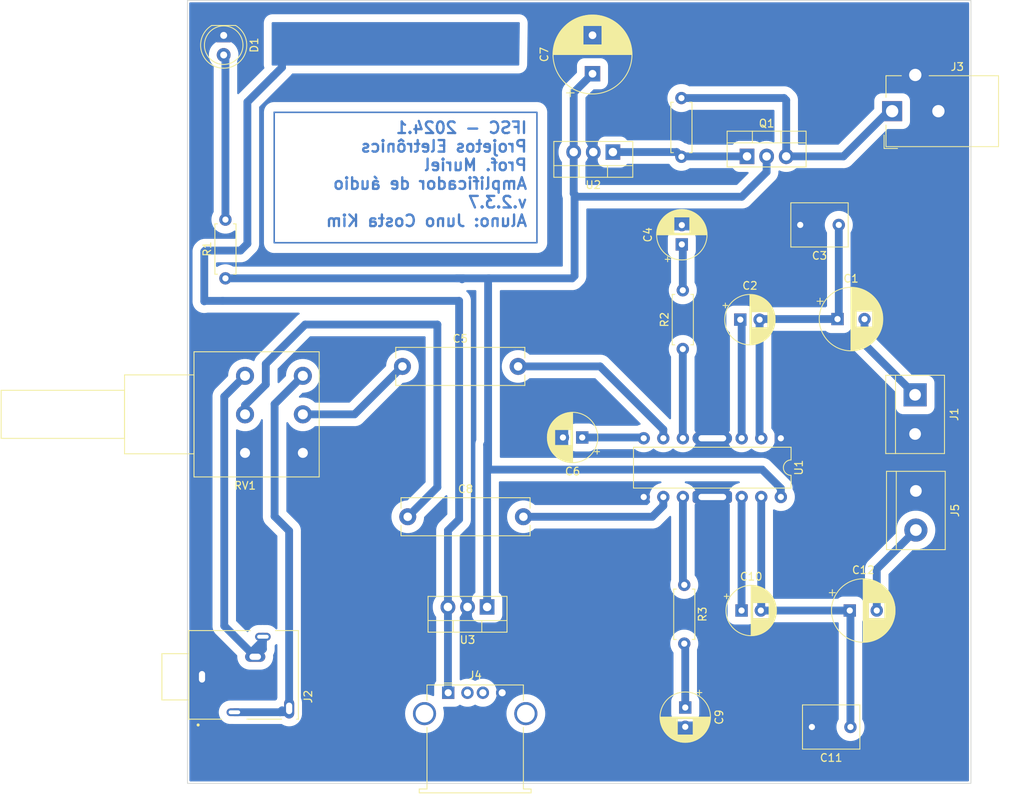
<source format=kicad_pcb>
(kicad_pcb (version 20221018) (generator pcbnew)
  (layers (0 "F.Cu" signal) (31 "B.Cu" signal) (34 "B.Paste" user) (35 "F.Paste" user) (36 "B.SilkS" user "B.Silkscreen") (37 "F.SilkS" user "F.Silkscreen") (38 "B.Mask" user) (39 "F.Mask" user) (44 "Edge.Cuts" user))
  (net 0 "")
  (net 1 "Net-(U1-BS2)")
  (net 2 "Net-(J1-Pin_1)")
  (net 3 "GNDREF")
  (net 4 "Net-(C4-Pad1)")
  (net 5 "Net-(C5-Pad1)")
  (net 6 "Net-(U1-IN2)")
  (net 7 "Net-(U1-DC)")
  (net 8 "Net-(C8-Pad1)")
  (net 9 "Net-(U1-IN1)")
  (net 10 "Net-(C9-Pad1)")
  (net 11 "Net-(U1-BS1)")
  (net 12 "Net-(U1-OUT1)")
  (net 13 "Net-(J5-Pin_2)")
  (net 14 "Net-(D1-A)")
  (net 15 "Net-(U1-NF2)")
  (net 16 "Net-(U1-NF1)")
  (net 17 "Net-(Q1-C)")
  (net 18 "Net-(Q1-B)")
  (net 19 "Net-(U1-OUT2)")
  (net 20 "+5V")
  (net 21 "Net-(Q1-E)")
  (net 22 "Net-(J2-Pad4)")
  (net 23 "Net-(J2-Pad2)")
  (footprint "TerminalBlock:TerminalBlock_bornier-2_P5.08mm" (layer "F.Cu") (at 192.8876 92.7354 -90)
    (fp_text reference "J1" (at 2.54 -5.08 -270) (layer "F.SilkS"))
    (fp_text value "OUT2")
    (pad "1" thru_hole rect (at 0 0 270) (size 3 3) (drill 1.52) (layers "*.Cu" "*.Mask") (net 2 "Net-(J1-Pin_1)"))
    (pad "2" thru_hole circle (at 5.08 0 270) (size 3 3) (drill 1.52) (layers "*.Cu" "*.Mask") (net 3 "GNDREF"))
  )
  (footprint "Resistor_THT:R_Axial_DIN0207_L6.3mm_D2.5mm_P7.62mm_Horizontal" (layer "F.Cu") (at 162.954979 117.3988 -90)
    (fp_text reference "R3" (at 3.81 -2.37 90) (layer "F.SilkS"))
    (fp_text value "1K")
    (pad "1" thru_hole circle (at 0 0 270) (size 1.6 1.6) (drill 0.8) (layers "*.Cu" "*.Mask") (net 16 "Net-(U1-NF1)"))
    (pad "2" thru_hole oval (at 7.62 0 270) (size 1.6 1.6) (drill 0.8) (layers "*.Cu" "*.Mask") (net 10 "Net-(C9-Pad1)"))
  )
  (footprint "Capacitor_THT:CP_Radial_D10.0mm_P5.00mm" (layer "F.Cu") (at 151.0538 51.0756 90)
    (fp_text reference "C7" (at 2.5 -6.25 90) (layer "F.SilkS"))
    (fp_text value "1000 uF")
    (pad "1" thru_hole rect (at 0 0 90) (size 2 2) (drill 1) (layers "*.Cu" "*.Mask") (net 17 "Net-(Q1-C)"))
    (pad "2" thru_hole circle (at 5 0 90) (size 2 2) (drill 1) (layers "*.Cu" "*.Mask") (net 3 "GNDREF"))
  )
  (footprint "Capacitor_THT:CP_Radial_D8.0mm_P3.50mm" (layer "F.Cu") (at 182.827549 82.9056)
    (fp_text reference "C1" (at 1.75 -5.25) (layer "F.SilkS"))
    (fp_text value "470 uF" hide)
    (pad "1" thru_hole rect (at 0 0) (size 1.6 1.6) (drill 0.8) (layers "*.Cu" "*.Mask") (net 19 "Net-(U1-OUT2)"))
    (pad "2" thru_hole circle (at 3.5 0) (size 1.6 1.6) (drill 0.8) (layers "*.Cu" "*.Mask") (net 2 "Net-(J1-Pin_1)"))
  )
  (footprint "Connector_BarrelJack:BarrelJack_CUI_PJ-102AH_Horizontal" (layer "F.Cu") (at 189.9102 55.9308 90)
    (fp_text reference "J3" (at 5.75 8.45) (layer "F.SilkS"))
    (fp_text value "Barrel_Jack_Switch_Pin3Ring")
    (pad "1" thru_hole rect (at 0 0 90) (size 2.6 2.6) (drill 1.6) (layers "*.Cu" "*.Mask") (net 21 "Net-(Q1-E)"))
    (pad "2" thru_hole circle (at 0 6 90) (size 2.6 2.6) (drill 1.6) (layers "*.Cu" "*.Mask") (net 3 "GNDREF"))
    (pad "3" thru_hole circle (at 4.7 3 90) (size 2.6 2.6) (drill 1.6) (layers "*.Cu" "*.Mask") (net 3 "GNDREF"))
  )
  (footprint "LED_THT:LED_D5.0mm" (layer "F.Cu") (at 103.2256 46.096 -90)
    (fp_text reference "D1" (at 1.27 -3.96 90) (layer "F.SilkS"))
    (fp_text value "LED")
    (pad "1" thru_hole rect (at 0 0 270) (size 1.8 1.8) (drill 0.9) (layers "*.Cu" "*.Mask") (net 3 "GNDREF"))
    (pad "2" thru_hole circle (at 2.54 0 270) (size 1.8 1.8) (drill 0.9) (layers "*.Cu" "*.Mask") (net 14 "Net-(D1-A)"))
  )
  (footprint "biblioteca_footprint_J324:WENZHOU_PJ324M" (layer "F.Cu") (at 105.8138 129.3255 90)
    (fp_text reference "J2" (at -2.575 8.365 90) (layer "F.SilkS"))
    (fp_text value "PJ324M")
    (pad "1" thru_hole oval (at 0 -5.4 90) (size 2.616 1.308) (drill oval 1.5 0.8) (layers "*.Cu" "*.Mask") (net 3 "GNDREF"))
    (pad "2" thru_hole oval (at 5.2 2.5 90) (size 1.008 2.016) (drill oval 0.5 1.5) (layers "*.Cu" "*.Mask") (net 23 "Net-(J2-Pad2)"))
    (pad "3" thru_hole oval (at 2.6 1.5 90) (size 1.308 2.616) (drill oval 0.8 1.5) (layers "*.Cu" "*.Mask") (net 23 "Net-(J2-Pad2)"))
    (pad "4" thru_hole oval (at -4.1 5.9 90) (size 2.616 1.308) (drill oval 1.5 0.8) (layers "*.Cu" "*.Mask") (net 22 "Net-(J2-Pad4)"))
    (pad "5" thru_hole oval (at -4.6 -1.2 90) (size 1.008 2.016) (drill oval 0.5 1.5) (layers "*.Cu" "*.Mask") (net 22 "Net-(J2-Pad4)"))
  )
  (footprint "Capacitor_THT:CP_Radial_D6.3mm_P2.50mm" (layer "F.Cu") (at 163.081979 133.310621 -90)
    (fp_text reference "C9" (at 1.25 -4.4 90) (layer "F.SilkS"))
    (fp_text value "100 uF")
    (pad "1" thru_hole rect (at 0 0 270) (size 1.6 1.6) (drill 0.8) (layers "*.Cu" "*.Mask") (net 10 "Net-(C9-Pad1)"))
    (pad "2" thru_hole circle (at 2.5 0 270) (size 1.6 1.6) (drill 0.8) (layers "*.Cu" "*.Mask") (net 3 "GNDREF"))
  )
  (footprint "Resistor_THT:R_Axial_DIN0207_L6.3mm_D2.5mm_P7.62mm_Horizontal" (layer "F.Cu") (at 162.7632 86.7918 90)
    (fp_text reference "R2" (at 3.81 -2.37 90) (layer "F.SilkS"))
    (fp_text value "1k")
    (pad "1" thru_hole circle (at 0 0 90) (size 1.6 1.6) (drill 0.8) (layers "*.Cu" "*.Mask") (net 15 "Net-(U1-NF2)"))
    (pad "2" thru_hole oval (at 7.62 0 90) (size 1.6 1.6) (drill 0.8) (layers "*.Cu" "*.Mask") (net 4 "Net-(C4-Pad1)"))
  )
  (footprint "Package_TO_SOT_THT:TO-220-3_Vertical" (layer "F.Cu") (at 137.3886 120.2638 180)
    (fp_text reference "U3" (at 2.54 -4.27) (layer "F.SilkS"))
    (fp_text value "LM7805_TO220")
    (pad "1" thru_hole rect (at 0 0 180) (size 1.905 2) (drill 1.1) (layers "*.Cu" "*.Mask") (net 17 "Net-(Q1-C)"))
    (pad "2" thru_hole oval (at 2.54 0 180) (size 1.905 2) (drill 1.1) (layers "*.Cu" "*.Mask") (net 3 "GNDREF"))
    (pad "3" thru_hole oval (at 5.08 0 180) (size 1.905 2) (drill 1.1) (layers "*.Cu" "*.Mask") (net 20 "+5V"))
  )
  (footprint "Resistor_THT:R_Axial_DIN0207_L6.3mm_D2.5mm_P7.62mm_Horizontal" (layer "F.Cu") (at 162.5854 61.849 90)
    (fp_text reference "R4" hide)
    (fp_text value "4,7")
    (pad "1" thru_hole circle (at 0 0 90) (size 1.6 1.6) (drill 0.8) (layers "*.Cu" "*.Mask") (net 18 "Net-(Q1-B)"))
    (pad "2" thru_hole oval (at 7.62 0 90) (size 1.6 1.6) (drill 0.8) (layers "*.Cu" "*.Mask") (net 21 "Net-(Q1-E)"))
  )
  (footprint "Capacitor_THT:CP_Radial_D6.3mm_P2.50mm" (layer "F.Cu") (at 170.3832 120.7262)
    (fp_text reference "C10" (at 1.25 -4.4) (layer "F.SilkS"))
    (fp_text value "100 uF")
    (pad "1" thru_hole rect (at 0 0) (size 1.6 1.6) (drill 0.8) (layers "*.Cu" "*.Mask") (net 11 "Net-(U1-BS1)"))
    (pad "2" thru_hole circle (at 2.5 0) (size 1.6 1.6) (drill 0.8) (layers "*.Cu" "*.Mask") (net 12 "Net-(U1-OUT1)"))
  )
  (footprint "Resistor_THT:R_Axial_DIN0207_L6.3mm_D2.5mm_P7.62mm_Horizontal" (layer "F.Cu") (at 103.4542 77.6224 90)
    (fp_text reference "R1" (at 3.81 -2.37 90) (layer "F.SilkS"))
    (fp_text value "560")
    (pad "1" thru_hole circle (at 0 0 90) (size 1.6 1.6) (drill 0.8) (layers "*.Cu" "*.Mask") (net 17 "Net-(Q1-C)"))
    (pad "2" thru_hole oval (at 7.62 0 90) (size 1.6 1.6) (drill 0.8) (layers "*.Cu" "*.Mask") (net 14 "Net-(D1-A)"))
  )
  (footprint "Capacitor_THT:C_Rect_L7.2mm_W5.5mm_P5.00mm_FKS2_FKP2_MKS2_MKP2" (layer "F.Cu") (at 184.504979 135.8392 180)
    (fp_text reference "C11" (at 2.5 -4) (layer "F.SilkS"))
    (fp_text value "150 nF")
    (pad "1" thru_hole circle (at 0 0 180) (size 1.6 1.6) (drill 0.8) (layers "*.Cu" "*.Mask") (net 12 "Net-(U1-OUT1)"))
    (pad "2" thru_hole circle (at 5 0 180) (size 1.6 1.6) (drill 0.8) (layers "*.Cu" "*.Mask") (net 3 "GNDREF"))
  )
  (footprint "Capacitor_THT:C_Rect_L16.5mm_W4.7mm_P15.00mm_MKT" (layer "F.Cu") (at 127.0946 108.5596)
    (fp_text reference "C8" (at 7.5 -3.6) (layer "F.SilkS"))
    (fp_text value "470 nF")
    (pad "1" thru_hole circle (at 0 0) (size 2.2 2.2) (drill 1.1) (layers "*.Cu" "*.Mask") (net 8 "Net-(C8-Pad1)"))
    (pad "2" thru_hole circle (at 15 0) (size 2.2 2.2) (drill 1.1) (layers "*.Cu" "*.Mask") (net 9 "Net-(U1-IN1)"))
  )
  (footprint "Package_TO_SOT_THT:TO-220-3_Vertical" (layer "F.Cu") (at 171.0944 61.7982)
    (fp_text reference "Q1" (at 2.54 -4.27) (layer "F.SilkS"))
    (fp_text value "TIP42C")
    (pad "1" thru_hole rect (at 0 0) (size 1.905 2) (drill 1.1) (layers "*.Cu" "*.Mask") (net 18 "Net-(Q1-B)"))
    (pad "2" thru_hole oval (at 2.54 0) (size 1.905 2) (drill 1.1) (layers "*.Cu" "*.Mask") (net 17 "Net-(Q1-C)"))
    (pad "3" thru_hole oval (at 5.08 0) (size 1.905 2) (drill 1.1) (layers "*.Cu" "*.Mask") (net 21 "Net-(Q1-E)"))
  )
  (footprint "Capacitor_THT:CP_Radial_D8.0mm_P3.50mm" (layer "F.Cu") (at 184.416328 120.7262)
    (fp_text reference "C12" (at 1.75 -5.25) (layer "F.SilkS"))
    (fp_text value "470 uF")
    (pad "1" thru_hole rect (at 0 0) (size 1.6 1.6) (drill 0.8) (layers "*.Cu" "*.Mask") (net 12 "Net-(U1-OUT1)"))
    (pad "2" thru_hole circle (at 3.5 0) (size 1.6 1.6) (drill 0.8) (layers "*.Cu" "*.Mask") (net 13 "Net-(J5-Pin_2)"))
  )
  (footprint "TerminalBlock:TerminalBlock_bornier-2_P5.08mm" (layer "F.Cu") (at 192.9892 105.2068 -90)
    (fp_text reference "J5" (at 2.54 -5.08 -270) (layer "F.SilkS"))
    (fp_text value "OUT_1")
    (pad "1" thru_hole rect (at 0 0 270) (size 3 3) (drill 1.52) (layers "*.Cu" "*.Mask") (net 3 "GNDREF"))
    (pad "2" thru_hole circle (at 5.08 0 270) (size 3 3) (drill 1.52) (layers "*.Cu" "*.Mask") (net 13 "Net-(J5-Pin_2)"))
  )
  (footprint "Connector_USB:USB_A_Stewart_SS-52100-001_Horizontal" (layer "F.Cu") (at 132.3392 131.3936)
    (fp_text reference "J4" (at 3.5 -2.26) (layer "F.SilkS"))
    (fp_text value "USB_A")
    (pad "1" thru_hole rect (at 0 0) (size 1.6 1.6) (drill 0.92) (layers "*.Cu" "*.Mask") (net 20 "+5V"))
    (pad "2" thru_hole circle (at 2.5 0) (size 1.6 1.6) (drill 0.92) (layers "*.Cu" "*.Mask"))
    (pad "3" thru_hole circle (at 4.5 0) (size 1.6 1.6) (drill 0.92) (layers "*.Cu" "*.Mask"))
    (pad "4" thru_hole circle (at 7 0) (size 1.6 1.6) (drill 0.92) (layers "*.Cu" "*.Mask") (net 3 "GNDREF"))
    (pad "5" thru_hole circle (at -3.07 2.71) (size 3 3) (drill 2.3) (layers "*.Cu" "*.Mask"))
    (pad "5" thru_hole circle (at 10.07 2.71) (size 3 3) (drill 2.3) (layers "*.Cu" "*.Mask"))
  )
  (footprint "Capacitor_THT:CP_Radial_D6.3mm_P2.50mm" (layer "F.Cu") (at 162.6362 73.21678 90)
    (fp_text reference "C4" (at 1.25 -4.4 90) (layer "F.SilkS"))
    (fp_text value "100 uF")
    (pad "1" thru_hole rect (at 0 0 90) (size 1.6 1.6) (drill 0.8) (layers "*.Cu" "*.Mask") (net 4 "Net-(C4-Pad1)"))
    (pad "2" thru_hole circle (at 2.5 0 90) (size 1.6 1.6) (drill 0.8) (layers "*.Cu" "*.Mask") (net 3 "GNDREF"))
  )
  (footprint "Capacitor_THT:C_Rect_L16.5mm_W4.7mm_P15.00mm_MKT" (layer "F.Cu") (at 126.4088 89.0524)
    (fp_text reference "C5" (at 7.5 -3.6) (layer "F.SilkS"))
    (fp_text value "470 nF")
    (pad "1" thru_hole circle (at 0 0) (size 2.2 2.2) (drill 1.1) (layers "*.Cu" "*.Mask") (net 5 "Net-(C5-Pad1)"))
    (pad "2" thru_hole circle (at 15 0) (size 2.2 2.2) (drill 1.1) (layers "*.Cu" "*.Mask") (net 6 "Net-(U1-IN2)"))
  )
  (footprint "Capacitor_THT:CP_Radial_D6.3mm_P2.50mm" (layer "F.Cu") (at 149.72158 98.2726 180)
    (fp_text reference "C6" (at 1.25 -4.4) (layer "F.SilkS"))
    (fp_text value "100 uF")
    (pad "1" thru_hole rect (at 0 0 180) (size 1.6 1.6) (drill 0.8) (layers "*.Cu" "*.Mask") (net 7 "Net-(U1-DC)"))
    (pad "2" thru_hole circle (at 2.5 0 180) (size 1.6 1.6) (drill 0.8) (layers "*.Cu" "*.Mask") (net 3 "GNDREF"))
  )
  (footprint "Package_TO_SOT_THT:TO-220-3_Vertical" (layer "F.Cu") (at 153.6954 61.2342 180)
    (fp_text reference "U2" (at 2.54 -4.27) (layer "F.SilkS"))
    (fp_text value "LM7809_TO220")
    (pad "1" thru_hole rect (at 0 0 180) (size 1.905 2) (drill 1.1) (layers "*.Cu" "*.Mask") (net 18 "Net-(Q1-B)"))
    (pad "2" thru_hole oval (at 2.54 0 180) (size 1.905 2) (drill 1.1) (layers "*.Cu" "*.Mask") (net 3 "GNDREF"))
    (pad "3" thru_hole oval (at 5.08 0 180) (size 1.905 2) (drill 1.1) (layers "*.Cu" "*.Mask") (net 17 "Net-(Q1-C)"))
  )
  (footprint "bliblioteca_footprint_la4182:DIP-16_W7.62mm" (layer "F.Cu") (at 175.477179 98.3742 -90)
    (fp_text reference "U1" (at 3.81 -2.33 90) (layer "F.SilkS"))
    (fp_text value "~" hide)
    (pad "1" thru_hole rect (at 0 0 270) (size 1.6 1.6) (drill 0.8) (layers "*.Cu" "*.Mask") (net 3 "GNDREF"))
    (pad "2" thru_hole oval (at 0 2.54 270) (size 1.6 1.6) (drill 0.8) (layers "*.Cu" "*.Mask") (net 19 "Net-(U1-OUT2)"))
    (pad "3" thru_hole oval (at 0 5.08 270) (size 1.6 1.6) (drill 0.8) (layers "*.Cu" "*.Mask") (net 1 "Net-(U1-BS2)"))
    (pad "4" thru_hole oval (at 0 12.7 270) (size 1.6 1.6) (drill 0.8) (layers "*.Cu" "*.Mask") (net 15 "Net-(U1-NF2)"))
    (pad "5" thru_hole oval (at 0 15.24 270) (size 1.6 1.6) (drill 0.8) (layers "*.Cu" "*.Mask") (net 6 "Net-(U1-IN2)"))
    (pad "6" thru_hole oval (at 0 17.78 270) (size 1.6 1.6) (drill 0.8) (layers "*.Cu" "*.Mask") (net 7 "Net-(U1-DC)"))
    (pad "7" thru_hole oval (at 7.62 17.78 270) (size 1.6 1.6) (drill 0.8) (layers "*.Cu" "*.Mask") (net 3 "GNDREF"))
    (pad "8" thru_hole oval (at 7.62 15.24 270) (size 1.6 1.6) (drill 0.8) (layers "*.Cu" "*.Mask") (net 9 "Net-(U1-IN1)"))
    (pad "9" thru_hole oval (at 7.62 12.7 270) (size 1.6 1.6) (drill 0.8) (layers "*.Cu" "*.Mask") (net 16 "Net-(U1-NF1)"))
    (pad "10" thru_hole oval (at 7.62 5.08 270) (size 1.6 1.6) (drill 0.8) (layers "*.Cu" "*.Mask") (net 11 "Net-(U1-BS1)"))
    (pad "11" thru_hole oval (at 7.62 2.54 270) (size 1.6 1.6) (drill 0.8) (layers "*.Cu" "*.Mask") (net 12 "Net-(U1-OUT1)"))
    (pad "12" thru_hole oval (at 7.62 0 270) (size 1.6 1.6) (drill 0.8) (layers "*.Cu" "*.Mask") (net 17 "Net-(Q1-C)"))
    (pad "GND" thru_hole oval (at 0 8.89 270) (size 1.6 5.12) (drill oval 0.8 3.6) (layers "*.Cu" "*.Mask") (net 3 "GNDREF"))
    (pad "GND" thru_hole roundrect (at 7.62 8.89 270) (size 1.6 5.12) (drill oval 0.8 3.6) (layers "*.Cu" "*.Mask") (chamfer_ratio 0.2) (chamfer) (net 3 "GNDREF"))
  )
  (footprint "Capacitor_THT:CP_Radial_D6.3mm_P2.50mm" (layer "F.Cu") (at 170.22 82.9818)
    (fp_text reference "C2" (at 1.25 -4.4) (layer "F.SilkS"))
    (fp_text value "100 uF")
    (pad "1" thru_hole rect (at 0 0) (size 1.6 1.6) (drill 0.8) (layers "*.Cu" "*.Mask") (net 1 "Net-(U1-BS2)"))
    (pad "2" thru_hole circle (at 2.5 0) (size 1.6 1.6) (drill 0.8) (layers "*.Cu" "*.Mask") (net 19 "Net-(U1-OUT2)"))
  )
  (footprint "Capacitor_THT:C_Rect_L7.2mm_W5.5mm_P5.00mm_FKS2_FKP2_MKS2_MKP2" (layer "F.Cu") (at 182.9924 70.6882 180)
    (fp_text reference "C3" (at 2.5 -4) (layer "F.SilkS"))
    (fp_text value "150 nF")
    (pad "1" thru_hole circle (at 0 0 180) (size 1.6 1.6) (drill 0.8) (layers "*.Cu" "*.Mask") (net 19 "Net-(U1-OUT2)"))
    (pad "2" thru_hole circle (at 5 0 180) (size 1.6 1.6) (drill 0.8) (layers "*.Cu" "*.Mask") (net 3 "GNDREF"))
  )
  (footprint "Potentiometer_THT:Potentiometer_Piher_PC-16_Dual_Horizontal" (layer "F.Cu") (at 105.9942 90.2716 180)
    (fp_text reference "RV1" (at 0 -14.25) (layer "F.SilkS"))
    (fp_text value "R_Potentiometer_Dual")
    (pad "1" thru_hole circle (at 0 0 180) (size 2.34 2.34) (drill 1.3) (layers "*.Cu" "*.Mask") (net 23 "Net-(J2-Pad2)"))
    (pad "2" thru_hole circle (at 0 -5 180) (size 2.34 2.34) (drill 1.3) (layers "*.Cu" "*.Mask") (net 8 "Net-(C8-Pad1)"))
    (pad "3" thru_hole circle (at 0 -10 180) (size 2.34 2.34) (drill 1.3) (layers "*.Cu" "*.Mask") (net 3 "GNDREF"))
    (pad "4" thru_hole circle (at -7.5 0 180) (size 2.34 2.34) (drill 1.3) (layers "*.Cu" "*.Mask") (net 22 "Net-(J2-Pad4)"))
    (pad "5" thru_hole circle (at -7.5 -5 180) (size 2.34 2.34) (drill 1.3) (layers "*.Cu" "*.Mask") (net 5 "Net-(C5-Pad1)"))
    (pad "6" thru_hole circle (at -7.5 -10 180) (size 2.34 2.34) (drill 1.3) (layers "*.Cu" "*.Mask") (net 3 "GNDREF"))
  )
  (gr_rect (start 98.5266 41.5544) (end 200.1266 143.1544) (stroke (width 0.1)) (fill none) (layer "Edge.Cuts"))
  (gr_text_box "IFSC - 2024.1\nProjetos Eletrônics\nProf. Muriel\nAmplificador de áudio v.2.3.7\nAluno: Juno Costa Kim" (start 109.7788 56.0815) (end 143.8488 73.0013) (layer "B.Cu") (effects (font (size 1.5 1.5) (thickness 0.3) bold) (justify left top mirror)) (stroke (width 0.2)))
  (segment (start 170.397179 83.158979) (end 170.22 82.9818) (width 1.016) (layer "B.Cu") (net 1))
  (segment (start 170.4086 83.1704) (end 170.22 82.9818) (width 1.016) (layer "B.Cu") (net 1))
  (segment (start 170.397179 98.3742) (end 170.397179 83.158979) (width 1.016) (layer "B.Cu") (net 1))
  (segment (start 186.327549 86.175349) (end 192.8876 92.7354) (width 1.016) (layer "B.Cu") (net 2))
  (segment (start 186.327549 82.9056) (end 186.327549 86.175349) (width 1.016) (layer "B.Cu") (net 2))
  (segment (start 177.96382 70.71678) (end 177.9924 70.6882) (width 1.016) (layer "B.Cu") (net 3))
  (segment (start 163.110558 135.8392) (end 163.081979 135.810621) (width 1.016) (layer "B.Cu") (net 3))
  (segment (start 162.7632 73.34378) (end 162.6362 73.21678) (width 1.016) (layer "B.Cu") (net 4))
  (segment (start 162.7632 79.1718) (end 162.7632 73.34378) (width 1.016) (layer "B.Cu") (net 4))
  (segment (start 120.1896 95.2716) (end 126.4088 89.0524) (width 1.016) (layer "B.Cu") (net 5))
  (segment (start 113.4942 95.2716) (end 120.1896 95.2716) (width 1.016) (layer "B.Cu") (net 5))
  (segment (start 152.046749 89.0524) (end 160.237179 97.24283) (width 1.016) (layer "B.Cu") (net 6))
  (segment (start 160.237179 97.24283) (end 160.237179 98.3742) (width 1.016) (layer "B.Cu") (net 6))
  (segment (start 141.4088 89.0524) (end 152.046749 89.0524) (width 1.016) (layer "B.Cu") (net 6))
  (segment (start 157.595579 98.2726) (end 157.697179 98.3742) (width 1.016) (layer "B.Cu") (net 7))
  (segment (start 149.72158 98.2726) (end 157.595579 98.2726) (width 1.016) (layer "B.Cu") (net 7))
  (segment (start 108.6882 91.387492) (end 105.9942 94.081492) (width 1.016) (layer "B.Cu") (net 8))
  (segment (start 130.937 104.7172) (end 130.937 83.6168) (width 1.016) (layer "B.Cu") (net 8))
  (segment (start 105.9942 94.081492) (end 105.9942 95.2716) (width 1.016) (layer "B.Cu") (net 8))
  (segment (start 113.792 83.6168) (end 108.6882 88.7206) (width 1.016) (layer "B.Cu") (net 8))
  (segment (start 127.0946 108.5596) (end 130.937 104.7172) (width 1.016) (layer "B.Cu") (net 8))
  (segment (start 130.937 83.6168) (end 113.792 83.6168) (width 1.016) (layer "B.Cu") (net 8))
  (segment (start 108.6882 88.7206) (end 108.6882 91.387492) (width 1.016) (layer "B.Cu") (net 8))
  (segment (start 160.237179 107.12557) (end 160.237179 105.9942) (width 1.016) (layer "B.Cu") (net 9))
  (segment (start 142.0946 108.5596) (end 158.803149 108.5596) (width 1.016) (layer "B.Cu") (net 9))
  (segment (start 158.803149 108.5596) (end 160.237179 107.12557) (width 1.016) (layer "B.Cu") (net 9))
  (segment (start 163.081979 133.310621) (end 163.081979 125.1458) (width 1.016) (layer "B.Cu") (net 10))
  (segment (start 163.081979 125.1458) (end 162.954979 125.0188) (width 1.016) (layer "B.Cu") (net 10))
  (segment (start 170.3832 120.7262) (end 170.3832 106.008179) (width 1.016) (layer "B.Cu") (net 11))
  (segment (start 170.3832 106.008179) (end 170.397179 105.9942) (width 1.016) (layer "B.Cu") (net 11))
  (segment (start 184.504979 120.814851) (end 184.416328 120.7262) (width 1.016) (layer "B.Cu") (net 12))
  (segment (start 172.937179 120.672221) (end 172.8832 120.7262) (width 1.016) (layer "B.Cu") (net 12))
  (segment (start 184.504979 135.8392) (end 184.504979 120.814851) (width 1.016) (layer "B.Cu") (net 12))
  (segment (start 172.8832 120.7262) (end 184.416328 120.7262) (width 1.016) (layer "B.Cu") (net 12))
  (segment (start 172.937179 105.9942) (end 172.937179 120.672221) (width 1.016) (layer "B.Cu") (net 12))
  (segment (start 187.916328 120.7262) (end 187.916328 115.359672) (width 1.016) (layer "B.Cu") (net 13))
  (segment (start 187.916328 115.359672) (end 192.9892 110.2868) (width 1.016) (layer "B.Cu") (net 13))
  (segment (start 103.4542 48.8646) (end 103.2256 48.636) (width 1.016) (layer "B.Cu") (net 14))
  (segment (start 103.4542 70.0024) (end 103.4542 48.8646) (width 1.016) (layer "B.Cu") (net 14))
  (segment (start 162.7632 98.360221) (end 162.777179 98.3742) (width 1.016) (layer "B.Cu") (net 15))
  (segment (start 162.7632 86.7918) (end 162.7632 98.360221) (width 1.016) (layer "B.Cu") (net 15))
  (segment (start 162.7886 86.8172) (end 162.7632 86.7918) (width 1.016) (layer "B.Cu") (net 15))
  (segment (start 162.777179 105.9942) (end 162.777179 117.221) (width 1.016) (layer "B.Cu") (net 16))
  (segment (start 162.777179 117.221) (end 162.954979 117.3988) (width 1.016) (layer "B.Cu") (net 16))
  (segment (start 162.878779 106.0958) (end 162.777179 105.9942) (width 1.016) (layer "B.Cu") (net 16))
  (segment (start 134.1374 77.7494) (end 134.2644 77.6224) (width 1.016) (layer "B.Cu") (net 17))
  (segment (start 148.7297 66.7385) (end 148.7297 77.3049) (width 1.016) (layer "B.Cu") (net 17))
  (segment (start 137.5156 77.6986) (end 137.5918 77.6224) (width 1.016) (layer "B.Cu") (net 17))
  (segment (start 173.052549 102.4382) (end 137.5156 102.4382) (width 1.016) (layer "B.Cu") (net 17))
  (segment (start 148.7297 66.7385) (end 149.0218 67.0306) (width 1.016) (layer "B.Cu") (net 17))
  (segment (start 148.6154 66.6242) (end 148.7297 66.7385) (width 1.016) (layer "B.Cu") (net 17))
  (segment (start 148.4122 77.6224) (end 137.5918 77.6224) (width 1.016) (layer "B.Cu") (net 17))
  (segment (start 171.617277 65.831323) (end 171.6071 65.8415) (width 1.016) (layer "B.Cu") (net 17))
  (segment (start 148.6154 53.514) (end 151.0538 51.0756) (width 1.016) (layer "B.Cu") (net 17))
  (segment (start 175.477179 104.86283) (end 173.052549 102.4382) (width 1.016) (layer "B.Cu") (net 17))
  (segment (start 173.6344 63.8142) (end 171.6071 65.8415) (width 1.016) (layer "B.Cu") (net 17))
  (segment (start 133.477 77.6224) (end 103.4542 77.6224) (width 1.016) (layer "B.Cu") (net 17))
  (segment (start 175.477179 105.9942) (end 175.477179 104.86283) (width 1.016) (layer "B.Cu") (net 17))
  (segment (start 148.7297 77.3049) (end 148.4122 77.6224) (width 1.016) (layer "B.Cu") (net 17))
  (segment (start 148.6154 61.2342) (end 148.6154 66.6242) (width 1.016) (layer "B.Cu") (net 17))
  (segment (start 137.5156 99.0854) (end 137.5156 77.6986) (width 1.016) (layer "B.Cu") (net 17))
  (segment (start 137.5156 102.4382) (end 137.5156 99.0854) (width 1.016) (layer "B.Cu") (net 17))
  (segment (start 134.2644 77.6224) (end 133.477 77.6224) (width 1.016) (layer "B.Cu") (net 17))
  (segment (start 170.418 67.0306) (end 149.0218 67.0306) (width 1.016) (layer "B.Cu") (net 17))
  (segment (start 171.6071 65.8415) (end 170.418 67.0306) (width 1.016) (layer "B.Cu") (net 17))
  (segment (start 137.5918 77.6224) (end 133.477 77.6224) (width 1.016) (layer "B.Cu") (net 17))
  (segment (start 137.3886 120.2638) (end 137.3886 99.2124) (width 1.016) (layer "B.Cu") (net 17))
  (segment (start 148.6154 61.2342) (end 148.6154 53.514) (width 1.016) (layer "B.Cu") (net 17))
  (segment (start 173.6344 61.7982) (end 173.6344 63.8142) (width 1.016) (layer "B.Cu") (net 17))
  (segment (start 137.3886 99.2124) (end 137.5156 99.0854) (width 1.016) (layer "B.Cu") (net 17))
  (segment (start 153.6954 61.2342) (end 161.9706 61.2342) (width 1.016) (layer "B.Cu") (net 18))
  (segment (start 161.9706 61.2342) (end 162.5854 61.849) (width 1.016) (layer "B.Cu") (net 18))
  (segment (start 162.6362 61.7982) (end 162.5854 61.849) (width 1.016) (layer "B.Cu") (net 18))
  (segment (start 171.0944 61.7982) (end 162.6362 61.7982) (width 1.016) (layer "B.Cu") (net 18))
  (segment (start 182.827549 82.9056) (end 172.7962 82.9056) (width 1.016) (layer "B.Cu") (net 19))
  (segment (start 182.827549 70.853051) (end 182.9924 70.6882) (width 1.016) (layer "B.Cu") (net 19))
  (segment (start 172.72 82.9818) (end 172.72 98.157021) (width 1.016) (layer "B.Cu") (net 19))
  (segment (start 172.708579 98.1456) (end 172.937179 98.3742) (width 1.016) (layer "B.Cu") (net 19))
  (segment (start 182.9924 70.6882) (end 182.9924 82.740749) (width 1.016) (layer "B.Cu") (net 19))
  (segment (start 182.9924 82.740749) (end 182.827549 82.9056) (width 1.016) (layer "B.Cu") (net 19))
  (segment (start 172.7962 82.9056) (end 172.72 82.9818) (width 1.016) (layer "B.Cu") (net 19))
  (segment (start 172.72 98.157021) (end 172.937179 98.3742) (width 1.016) (layer "B.Cu") (net 19))
  (segment (start 100.7618 80.5434) (end 100.711 80.5942) (width 1.016) (layer "B.Cu") (net 20))
  (segment (start 106.299 73.1266) (end 106.299 54.737) (width 1.016) (layer "B.Cu") (net 20))
  (segment (start 133.7564 108.8898) (end 133.7564 80.5434) (width 1.016) (layer "B.Cu") (net 20))
  (segment (start 132.3086 110.3376) (end 132.8674 109.7788) (width 1.016) (layer "B.Cu") (net 20))
  (segment (start 100.711 74.1426) (end 100.838 74.0156) (width 1.016) (layer "B.Cu") (net 20))
  (segment (start 110.7948 50.2412) (end 110.7948 49.7586) (width 1.016) (layer "B.Cu") (net 20))
  (segment (start 109.6772 51.3588) (end 110.7948 50.2412) (width 1.016) (layer "B.Cu") (net 20))
  (segment (start 105.41 74.0156) (end 106.299 73.1266) (width 1.016) (layer "B.Cu") (net 20))
  (segment (start 132.3392 120.2944) (end 132.3086 120.2638) (width 1.016) (layer "B.Cu") (net 20))
  (segment (start 132.3086 120.2638) (end 132.3086 110.3376) (width 1.016) (layer "B.Cu") (net 20))
  (segment (start 103.088567 80.5434) (end 100.7618 80.5434) (width 1.016) (layer "B.Cu") (net 20))
  (segment (start 133.7564 80.5434) (end 103.088567 80.5434) (width 1.016) (layer "B.Cu") (net 20))
  (segment (start 106.299 54.737) (end 109.6772 51.3588) (width 1.016) (layer "B.Cu") (net 20))
  (segment (start 132.3086 131.363) (end 132.3392 131.3936) (width 1.016) (layer "B.Cu") (net 20))
  (segment (start 100.711 80.5942) (end 100.711 74.1426) (width 1.016) (layer "B.Cu") (net 20))
  (segment (start 132.3086 120.2638) (end 132.3086 131.363) (width 1.016) (layer "B.Cu") (net 20))
  (segment (start 100.838 74.0156) (end 105.41 74.0156) (width 1.016) (layer "B.Cu") (net 20))
  (segment (start 132.8674 109.7788) (end 133.7564 108.8898) (width 1.016) (layer "B.Cu") (net 20))
  (segment (start 189.4586 55.9308) (end 183.5912 61.7982) (width 1.016) (layer "B.Cu") (net 21))
  (segment (start 189.691323 55.722123) (end 189.7102 55.741) (width 1.016) (layer "B.Cu") (net 21))
  (segment (start 189.9102 55.9308) (end 189.4586 55.9308) (width 1.016) (layer "B.Cu") (net 21))
  (segment (start 189.9102 55.9308) (end 189.9102 55.9364) (width 1.016) (layer "B.Cu") (net 21))
  (segment (start 175.895 54.229) (end 176.1744 54.5084) (width 1.016) (layer "B.Cu") (net 21))
  (segment (start 189.701523 55.722123) (end 189.9102 55.9308) (width 1.016) (layer "B.Cu") (net 21))
  (segment (start 162.5854 54.229) (end 175.895 54.229) (width 1.016) (layer "B.Cu") (net 21))
  (segment (start 176.1744 54.5084) (end 176.1744 61.7982) (width 1.016) (layer "B.Cu") (net 21))
  (segment (start 183.5912 61.7982) (end 176.1744 61.7982) (width 1.016) (layer "B.Cu") (net 21))
  (segment (start 110.8002 133.6661) (end 110.5408 133.9255) (width 1.016) (layer "B.Cu") (net 22))
  (segment (start 104.6138 133.9255) (end 110.5408 133.9255) (width 1.016) (layer "B.Cu") (net 22))
  (segment (start 111.2138 133.9255) (end 111.7138 133.4255) (width 1.016) (layer "B.Cu") (net 22))
  (segment (start 109.8296 93.9362) (end 113.4942 90.2716) (width 1.016) (layer "B.Cu") (net 22))
  (segment (start 111.7138 133.4255) (end 111.7138 110.393) (width 1.016) (layer "B.Cu") (net 22))
  (segment (start 109.8296 108.5088) (end 109.8296 93.9362) (width 1.016) (layer "B.Cu") (net 22))
  (segment (start 111.7138 110.393) (end 109.8296 108.5088) (width 1.016) (layer "B.Cu") (net 22))
  (segment (start 110.5408 133.9255) (end 111.2138 133.9255) (width 1.016) (layer "B.Cu") (net 22))
  (segment (start 108.3138 124.1255) (end 108.3138 124.655) (width 1.016) (layer "B.Cu") (net 23))
  (segment (start 108.3138 124.1255) (end 108.3138 125.7255) (width 1.016) (layer "B.Cu") (net 23))
  (segment (start 103.3002 122.7119) (end 107.3138 126.7255) (width 1.016) (layer "B.Cu") (net 23))
  (segment (start 107.3392 126.548325) (end 107.3392 126.7763) (width 1.016) (layer "B.Cu") (net 23))
  (segment (start 105.9942 90.2716) (end 103.3002 92.9656) (width 1.016) (layer "B.Cu") (net 23))
  (segment (start 108.3138 124.655) (end 107.188 125.7808) (width 1.016) (layer "B.Cu") (net 23))
  (segment (start 103.3002 92.9656) (end 103.3002 122.7119) (width 1.016) (layer "B.Cu") (net 23))
  (segment (start 108.3138 125.7255) (end 107.3138 126.7255) (width 1.016) (layer "B.Cu") (net 23))
  (zone (net 3) (net_name "GNDREF") (layer "B.Cu") (connect_pads yes (clearance 0.5)) (min_thickness 0.25) (fill yes (thermal_gap 0.5) (thermal_bridge_width 0.5))
    (polygon (pts (xy 199.898 41.8084) (xy 199.8726 142.9004) (xy 98.7806 142.9004) (xy 98.7552 41.8084)))
  )
  (zone (net 20) (net_name "+5V") (layer "B.Cu") (priority 1) (connect_pads yes (clearance 0.5)) (min_thickness 0.25) (fill yes (thermal_gap 0.5) (thermal_bridge_width 0.5))
    (polygon (pts (xy 109.4486 44.3738) (xy 109.4486 50.0126) (xy 141.5542 50.0126) (xy 141.6304 44.3738)))
  )
)
</source>
